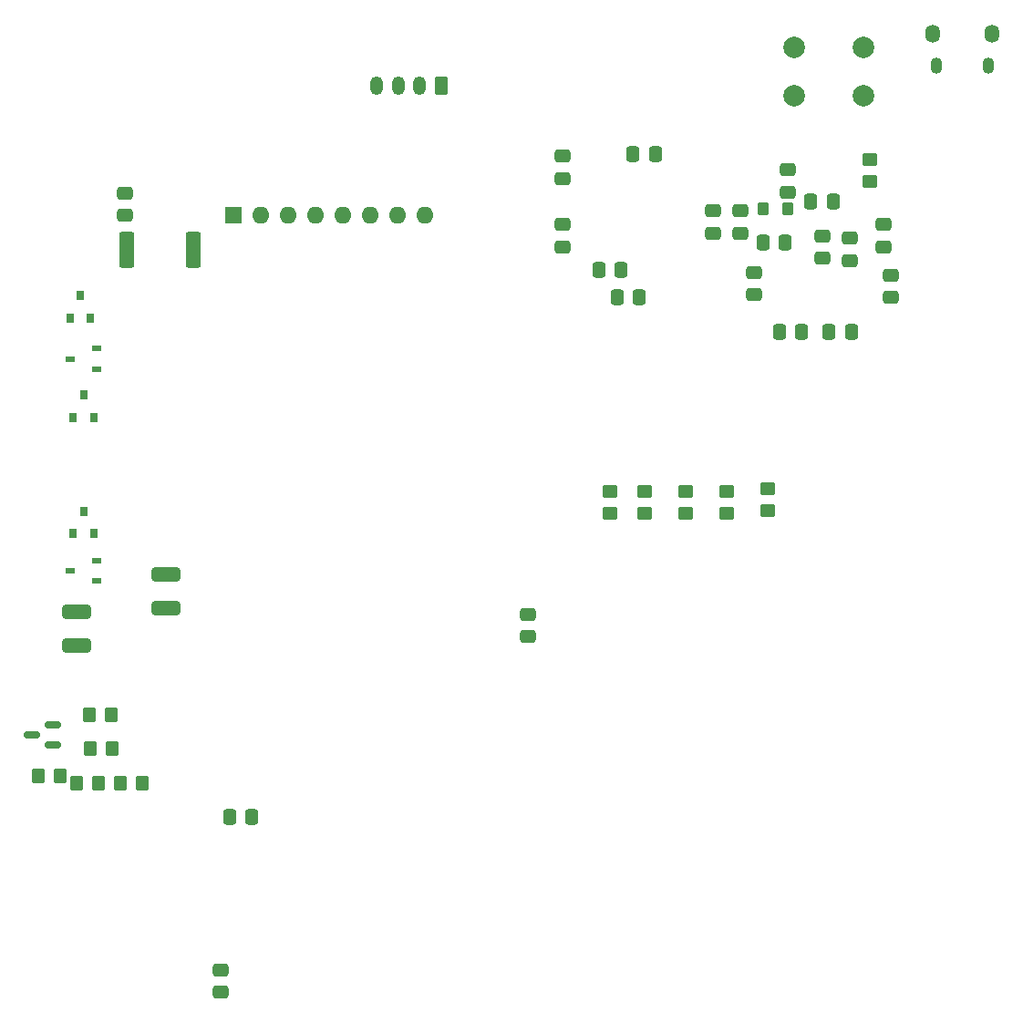
<source format=gbr>
%TF.GenerationSoftware,KiCad,Pcbnew,(6.0.10)*%
%TF.CreationDate,2023-01-27T04:18:18-05:00*%
%TF.ProjectId,vehicle-can-collector,76656869-636c-4652-9d63-616e2d636f6c,rev?*%
%TF.SameCoordinates,Original*%
%TF.FileFunction,Soldermask,Bot*%
%TF.FilePolarity,Negative*%
%FSLAX46Y46*%
G04 Gerber Fmt 4.6, Leading zero omitted, Abs format (unit mm)*
G04 Created by KiCad (PCBNEW (6.0.10)) date 2023-01-27 04:18:18*
%MOMM*%
%LPD*%
G01*
G04 APERTURE LIST*
G04 Aperture macros list*
%AMRoundRect*
0 Rectangle with rounded corners*
0 $1 Rounding radius*
0 $2 $3 $4 $5 $6 $7 $8 $9 X,Y pos of 4 corners*
0 Add a 4 corners polygon primitive as box body*
4,1,4,$2,$3,$4,$5,$6,$7,$8,$9,$2,$3,0*
0 Add four circle primitives for the rounded corners*
1,1,$1+$1,$2,$3*
1,1,$1+$1,$4,$5*
1,1,$1+$1,$6,$7*
1,1,$1+$1,$8,$9*
0 Add four rect primitives between the rounded corners*
20,1,$1+$1,$2,$3,$4,$5,0*
20,1,$1+$1,$4,$5,$6,$7,0*
20,1,$1+$1,$6,$7,$8,$9,0*
20,1,$1+$1,$8,$9,$2,$3,0*%
G04 Aperture macros list end*
%ADD10RoundRect,0.250000X0.350000X0.625000X-0.350000X0.625000X-0.350000X-0.625000X0.350000X-0.625000X0*%
%ADD11O,1.200000X1.750000*%
%ADD12O,1.350000X1.700000*%
%ADD13O,1.100000X1.500000*%
%ADD14C,2.000000*%
%ADD15R,1.600000X1.600000*%
%ADD16O,1.600000X1.600000*%
%ADD17RoundRect,0.250000X0.450000X-0.350000X0.450000X0.350000X-0.450000X0.350000X-0.450000X-0.350000X0*%
%ADD18RoundRect,0.250000X-0.337500X-0.475000X0.337500X-0.475000X0.337500X0.475000X-0.337500X0.475000X0*%
%ADD19RoundRect,0.250000X-0.475000X0.337500X-0.475000X-0.337500X0.475000X-0.337500X0.475000X0.337500X0*%
%ADD20RoundRect,0.250000X1.075000X-0.400000X1.075000X0.400000X-1.075000X0.400000X-1.075000X-0.400000X0*%
%ADD21R,0.797560X0.899160*%
%ADD22RoundRect,0.250000X0.275000X0.350000X-0.275000X0.350000X-0.275000X-0.350000X0.275000X-0.350000X0*%
%ADD23RoundRect,0.249999X-0.450001X-1.425001X0.450001X-1.425001X0.450001X1.425001X-0.450001X1.425001X0*%
%ADD24RoundRect,0.250000X0.475000X-0.337500X0.475000X0.337500X-0.475000X0.337500X-0.475000X-0.337500X0*%
%ADD25RoundRect,0.250000X-0.350000X-0.450000X0.350000X-0.450000X0.350000X0.450000X-0.350000X0.450000X0*%
%ADD26RoundRect,0.250000X0.337500X0.475000X-0.337500X0.475000X-0.337500X-0.475000X0.337500X-0.475000X0*%
%ADD27R,0.914400X0.558800*%
%ADD28RoundRect,0.250000X0.350000X0.450000X-0.350000X0.450000X-0.350000X-0.450000X0.350000X-0.450000X0*%
%ADD29RoundRect,0.150000X0.587500X0.150000X-0.587500X0.150000X-0.587500X-0.150000X0.587500X-0.150000X0*%
G04 APERTURE END LIST*
D10*
%TO.C,J303*%
X114490000Y-46990000D03*
D11*
X112490000Y-46990000D03*
X110490000Y-46990000D03*
X108490000Y-46990000D03*
%TD*%
D12*
%TO.C,J302*%
X160155000Y-42180000D03*
D13*
X165305000Y-45180000D03*
X160465000Y-45180000D03*
D12*
X165615000Y-42180000D03*
%TD*%
D14*
%TO.C,SW201*%
X147245000Y-43470000D03*
X153745000Y-43470000D03*
X147245000Y-47970000D03*
X153745000Y-47970000D03*
%TD*%
D15*
%TO.C,RN701*%
X95240000Y-59055000D03*
D16*
X97780000Y-59055000D03*
X100320000Y-59055000D03*
X102860000Y-59055000D03*
X105400000Y-59055000D03*
X107940000Y-59055000D03*
X110480000Y-59055000D03*
X113020000Y-59055000D03*
%TD*%
D17*
%TO.C,R303*%
X154305000Y-55880000D03*
X154305000Y-53880000D03*
%TD*%
D18*
%TO.C,C1011*%
X145880000Y-69850000D03*
X147955000Y-69850000D03*
%TD*%
D19*
%TO.C,C1002*%
X125730000Y-53572500D03*
X125730000Y-55647500D03*
%TD*%
D20*
%TO.C,R902*%
X88900000Y-95530000D03*
X88900000Y-92430000D03*
%TD*%
D21*
%TO.C,D403*%
X81909920Y-68580000D03*
X80010000Y-68580000D03*
X80959960Y-66481960D03*
%TD*%
D22*
%TO.C,L501*%
X146700000Y-58420000D03*
X144400000Y-58420000D03*
%TD*%
D23*
%TO.C,R721*%
X85340000Y-62230000D03*
X91440000Y-62230000D03*
%TD*%
D18*
%TO.C,C602*%
X94847500Y-114935000D03*
X96922500Y-114935000D03*
%TD*%
D17*
%TO.C,R1101*%
X130175000Y-86725000D03*
X130175000Y-84725000D03*
%TD*%
D18*
%TO.C,C201*%
X130810000Y-66675000D03*
X132885000Y-66675000D03*
%TD*%
D19*
%TO.C,C1006*%
X143510000Y-64367500D03*
X143510000Y-66442500D03*
%TD*%
D17*
%TO.C,R1104*%
X140970000Y-86725000D03*
X140970000Y-84725000D03*
%TD*%
D24*
%TO.C,C1012*%
X155575000Y-61997500D03*
X155575000Y-59922500D03*
%TD*%
D19*
%TO.C,C708*%
X85090000Y-56980000D03*
X85090000Y-59055000D03*
%TD*%
D17*
%TO.C,R1102*%
X133350000Y-86725000D03*
X133350000Y-84725000D03*
%TD*%
D18*
%TO.C,C1001*%
X132312500Y-53340000D03*
X134387500Y-53340000D03*
%TD*%
D25*
%TO.C,R906*%
X81915000Y-108585000D03*
X83915000Y-108585000D03*
%TD*%
D26*
%TO.C,C1007*%
X152570000Y-69850000D03*
X150495000Y-69850000D03*
%TD*%
D24*
%TO.C,C514*%
X139715000Y-60727500D03*
X139715000Y-58652500D03*
%TD*%
D19*
%TO.C,C510*%
X122555000Y-96117500D03*
X122555000Y-98192500D03*
%TD*%
D27*
%TO.C,D402*%
X82473800Y-71439999D03*
X82473800Y-73340001D03*
X80086200Y-72390000D03*
%TD*%
D25*
%TO.C,R909*%
X84725000Y-111760000D03*
X86725000Y-111760000D03*
%TD*%
D19*
%TO.C,C801*%
X93980000Y-129137500D03*
X93980000Y-131212500D03*
%TD*%
D28*
%TO.C,R904*%
X79105000Y-111125000D03*
X77105000Y-111125000D03*
%TD*%
D26*
%TO.C,C1010*%
X150897500Y-57785000D03*
X148822500Y-57785000D03*
%TD*%
D24*
%TO.C,C1014*%
X152400000Y-63267500D03*
X152400000Y-61192500D03*
%TD*%
D19*
%TO.C,C513*%
X142255000Y-58652500D03*
X142255000Y-60727500D03*
%TD*%
D20*
%TO.C,R903*%
X80645000Y-98985000D03*
X80645000Y-95885000D03*
%TD*%
D19*
%TO.C,C1008*%
X156210000Y-64600000D03*
X156210000Y-66675000D03*
%TD*%
D28*
%TO.C,R908*%
X83820000Y-105410000D03*
X81820000Y-105410000D03*
%TD*%
D17*
%TO.C,R1103*%
X144780000Y-86455000D03*
X144780000Y-84455000D03*
%TD*%
D21*
%TO.C,D404*%
X82229960Y-88628220D03*
X80330040Y-88628220D03*
X81280000Y-86530180D03*
%TD*%
D17*
%TO.C,R1105*%
X137160000Y-86725000D03*
X137160000Y-84725000D03*
%TD*%
D19*
%TO.C,C1003*%
X125730000Y-59922500D03*
X125730000Y-61997500D03*
%TD*%
D21*
%TO.C,D405*%
X82229960Y-77833220D03*
X80330040Y-77833220D03*
X81280000Y-75735180D03*
%TD*%
D25*
%TO.C,R905*%
X80645000Y-111760000D03*
X82645000Y-111760000D03*
%TD*%
D29*
%TO.C,Q901*%
X78407500Y-106365000D03*
X78407500Y-108265000D03*
X76532500Y-107315000D03*
%TD*%
D24*
%TO.C,C1013*%
X149860000Y-63035000D03*
X149860000Y-60960000D03*
%TD*%
D19*
%TO.C,C1009*%
X146685000Y-54842500D03*
X146685000Y-56917500D03*
%TD*%
D18*
%TO.C,C1005*%
X144377500Y-61595000D03*
X146452500Y-61595000D03*
%TD*%
D27*
%TO.C,D401*%
X82473800Y-91124999D03*
X82473800Y-93025001D03*
X80086200Y-92075000D03*
%TD*%
D18*
%TO.C,C1004*%
X129137500Y-64135000D03*
X131212500Y-64135000D03*
%TD*%
M02*

</source>
